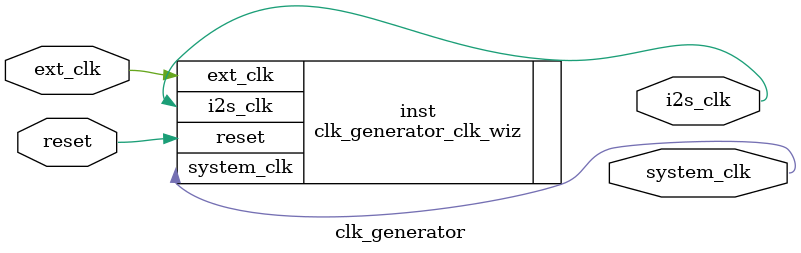
<source format=v>


`timescale 1ps/1ps

(* CORE_GENERATION_INFO = "clk_generator,clk_wiz_v6_0_8_0_0,{component_name=clk_generator,use_phase_alignment=true,use_min_o_jitter=false,use_max_i_jitter=false,use_dyn_phase_shift=false,use_inclk_switchover=false,use_dyn_reconfig=false,enable_axi=0,feedback_source=FDBK_AUTO,PRIMITIVE=MMCM,num_out_clk=2,clkin1_period=10.000,clkin2_period=10.000,use_power_down=false,use_reset=true,use_locked=false,use_inclk_stopped=false,feedback_type=SINGLE,CLOCK_MGR_TYPE=NA,manual_override=false}" *)

module clk_generator 
 (
  // Clock out ports
  output        system_clk,
  output        i2s_clk,
  // Status and control signals
  input         reset,
 // Clock in ports
  input         ext_clk
 );

  clk_generator_clk_wiz inst
  (
  // Clock out ports  
  .system_clk(system_clk),
  .i2s_clk(i2s_clk),
  // Status and control signals               
  .reset(reset), 
 // Clock in ports
  .ext_clk(ext_clk)
  );

endmodule

</source>
